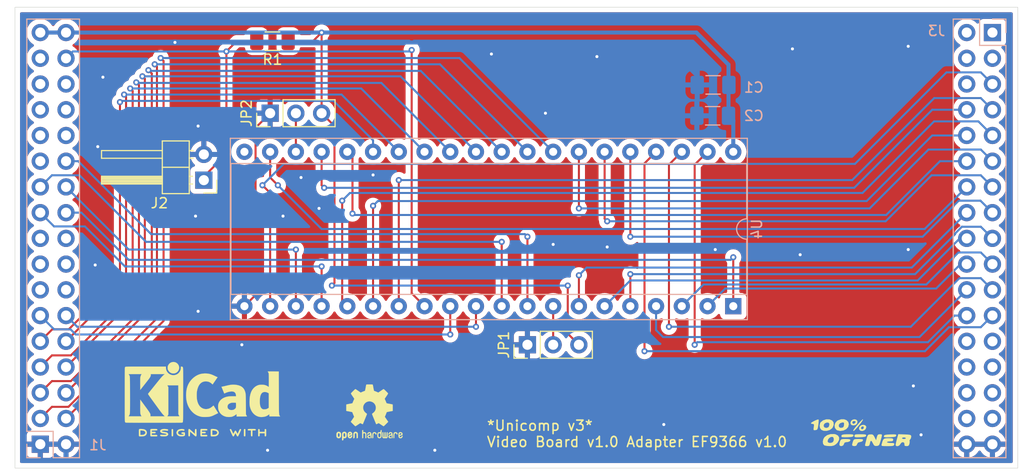
<source format=kicad_pcb>
(kicad_pcb (version 20240108) (generator "pcbnew") (generator_version "8.0")
  (layers (0 "F.Cu" signal) (31 "B.Cu" signal) (34 "B.Paste" user) (35 "F.Paste" user) (36 "B.SilkS" user "B.Silkscreen") (37 "F.SilkS" user "F.Silkscreen") (38 "B.Mask" user) (39 "F.Mask" user) (44 "Edge.Cuts" user))
  (net 0 "")
  (net 1 "GND")
  (net 2 "+5V")
  (net 3 "/VA1")
  (net 4 "/D4")
  (net 5 "/~{RST}")
  (net 6 "/D7")
  (net 7 "/VA11")
  (net 8 "/VA18")
  (net 9 "/D1")
  (net 10 "/CRSR")
  (net 11 "/VA7")
  (net 12 "/D5")
  (net 13 "/VA8")
  (net 14 "/D0")
  (net 15 "/VA13")
  (net 16 "/VCLK")
  (net 17 "/VA15")
  (net 18 "/VA0")
  (net 19 "/D6")
  (net 20 "/VA14")
  (net 21 "/VA4")
  (net 22 "/VA3")
  (net 23 "/VA6")
  (net 24 "/~{INT}")
  (net 26 "/R{slash}~{W}")
  (net 27 "/D3")
  (net 28 "/DE")
  (net 29 "/D2")
  (net 30 "/VA10")
  (net 31 "/VA5")
  (net 32 "/VA9")
  (net 33 "/HS")
  (net 34 "/VA12")
  (net 35 "/In0")
  (net 36 "/VA2")
  (net 37 "/VS")
  (net 38 "/~{CS}")
  (net 39 "/VA16")
  (net 40 "/VA17")
  (net 41 "/B")
  (net 42 "/Y")
  (net 43 "/CH0")
  (net 44 "/A")
  (net 45 "/Out2")
  (net 46 "/Out3")
  (net 47 "/Out6")
  (net 48 "/Out0")
  (net 49 "/Out5")
  (net 50 "Net-(JP1-C)")
  (net 51 "/Out7")
  (net 52 "Net-(JP2-C)")
  (net 53 "/Out4")
  (net 54 "/Out1")
  (net 55 "/~{RP}")
  (net 57 "/In2")
  (net 58 "/PHI2")
  (net 59 "/~{RD}")
  (net 60 "/~{WR}")
  (net 61 "/In1")
  (net 63 "/A0#")
  (net 66 "/A1#")
  (footprint "Symbol:OSHW-Logo2_7.3x6mm_SilkScreen" (layer "F.Cu") (at 85.5 106.5)
    (property "Reference" "H2" (hide yes))
    (property "Value" "Logo Open Source Hardware" (hide yes))
  )
  (footprint "Connector_PinHeader_2.54mm:PinHeader_1x03_P2.54mm_Vertical" (layer "F.Cu") (at 101.092 99.822 90)
    (property "Reference" "JP1" (at 0 -2.33 90) (layer "F.SilkS"))
    (property "Value" "Format")
    (pad "1" thru_hole rect (at 0 0 90) (size 1.7 1.7) (drill 1) (layers "*.Cu" "*.Mask") (net 1 "GND"))
    (pad "2" thru_hole oval (at 0 2.54 90) (size 1.7 1.7) (drill 1) (layers "*.Cu" "*.Mask") (net 50 "Net-(JP1-C)"))
    (pad "3" thru_hole oval (at 0 5.08 90) (size 1.7 1.7) (drill 1) (layers "*.Cu" "*.Mask") (net 2 "+5V"))
  )
  (footprint "Connector_PinHeader_2.54mm:PinHeader_1x02_P2.54mm_Horizontal" (layer "F.Cu") (at 69.145 83.571 180)
    (property "Reference" "J2" (at 4.385 -2.27 180) (layer "F.SilkS"))
    (property "Value" "Conn_02x01")
    (pad "1" thru_hole rect (at 0 0 180) (size 1.7 1.7) (drill 1) (layers "*.Cu" "*.Mask") (net 24 "/~{INT}"))
    (pad "2" thru_hole oval (at 0 2.54 180) (size 1.7 1.7) (drill 1) (layers "*.Cu" "*.Mask") (net 1 "GND"))
  )
  (footprint "Symbol:KiCad-Logo2_6mm_SilkScreen" (layer "F.Cu") (at 69 104.5)
    (property "Reference" "H1" (hide yes))
    (property "Value" "Logo kicad" (hide yes))
  )
  (footprint "my_own:Logo_100ProzentOffner_10x2.7mm" (layer "F.Cu") (at 134 108.5)
    (property "Reference" "G***" (hide yes))
    (property "Value" "LOGO" (hide yes))
  )
  (footprint "Connector_PinHeader_2.54mm:PinHeader_1x03_P2.54mm_Vertical" (layer "F.Cu") (at 75.692 76.962 90)
    (property "Reference" "JP2" (at 0 -2.33 90) (layer "F.SilkS"))
    (property "Value" "WriteOnly")
    (pad "1" thru_hole rect (at 0 0 90) (size 1.7 1.7) (drill 1) (layers "*.Cu" "*.Mask") (net 1 "GND"))
    (pad "2" thru_hole oval (at 0 2.54 90) (size 1.7 1.7) (drill 1) (layers "*.Cu" "*.Mask") (net 52 "Net-(JP2-C)"))
    (pad "3" thru_hole oval (at 0 5.08 90) (size 1.7 1.7) (drill 1) (layers "*.Cu" "*.Mask") (net 2 "+5V"))
  )
  (footprint "Resistor_SMD:R_1206_3216Metric_Pad1.30x1.75mm_HandSolder" (layer "F.Cu") (at 75.92 69.85 180)
    (property "Reference" "R1" (at 0 -1.82 360) (layer "F.SilkS"))
    (property "Value" "1k")
    (pad "1" smd roundrect (at -1.55 0 180) (size 1.3 1.75) (layers "F.Cu" "F.Paste" "F.Mask") (roundrect_rratio 0.192308) (net 2 "+5V"))
    (pad "2" smd roundrect (at 1.55 0 180) (size 1.3 1.75) (layers "F.Cu" "F.Paste" "F.Mask") (roundrect_rratio 0.192308) (net 24 "/~{INT}"))
  )
  (footprint "Capacitor_SMD:C_1206_3216Metric_Pad1.33x1.80mm_HandSolder" (layer "B.Cu") (at 119.38 77.216 180)
    (property "Reference" "C2" (at -4.064 0 360) (layer "B.SilkS") (effects (justify mirror)))
    (property "Value" "100n")
    (pad "1" smd roundrect (at -1.5625 0 180) (size 1.325 1.8) (layers "B.Cu" "B.Paste" "B.Mask") (roundrect_rratio 0.188679) (net 2 "+5V"))
    (pad "2" smd roundrect (at 1.5625 0 180) (size 1.325 1.8) (layers "B.Cu" "B.Paste" "B.Mask") (roundrect_rratio 0.188679) (net 1 "GND"))
  )
  (footprint "Connector_PinHeader_2.54mm:PinHeader_2x17_P2.54mm_Vertical" (layer "B.Cu") (at 147 69 180)
    (property "Reference" "J3" (at 5.522 0.166 0) (layer "B.SilkS") (effects (justify mirror)))
    (property "Value" "Outputs")
    (pad "1" thru_hole rect (at 0 0 180) (size 1.7 1.7) (drill 1) (layers "*.Cu" "*.Mask"))
    (pad "2" thru_hole oval (at 2.54 0 180) (size 1.7 1.7) (drill 1) (layers "*.Cu" "*.Mask"))
    (pad "3" thru_hole oval (at 0 -2.54 180) (size 1.7 1.7) (drill 1) (layers "*.Cu" "*.Mask"))
    (pad "4" thru_hole oval (at 2.54 -2.54 180) (size 1.7 1.7) (drill 1) (layers "*.Cu" "*.Mask"))
    (pad "5" thru_hole oval (at 0 -5.08 180) (size 1.7 1.7) (drill 1) (layers "*.Cu" "*.Mask") (net 8 "/VA18"))
    (pad "6" thru_hole oval (at 2.54 -5.08 180) (size 1.7 1.7) (drill 1) (layers "*.Cu" "*.Mask"))
    (pad "7" thru_hole oval (at 0 -7.62 180) (size 1.7 1.7) (drill 1) (layers "*.Cu" "*.Mask") (net 39 "/VA16"))
    (pad "8" thru_hole oval (at 2.54 -7.62 180) (size 1.7 1.7) (drill 1) (layers "*.Cu" "*.Mask") (net 40 "/VA17"))
    (pad "9" thru_hole oval (at 0 -10.16 180) (size 1.7 1.7) (drill 1) (layers "*.Cu" "*.Mask") (net 20 "/VA14"))
    (pad "10" thru_hole oval (at 2.54 -10.16 180) (size 1.7 1.7) (drill 1) (layers "*.Cu" "*.Mask") (net 17 "/VA15"))
    (pad "11" thru_hole oval (at 0 -12.7 180) (size 1.7 1.7) (drill 1) (layers "*.Cu" "*.Mask") (net 34 "/VA12"))
    (pad "12" thru_hole oval (at 2.54 -12.7 180) (size 1.7 1.7) (drill 1) (layers "*.Cu" "*.Mask") (net 15 "/VA13"))
    (pad "13" thru_hole oval (at 0 -15.24 180) (size 1.7 1.7) (drill 1) (layers "*.Cu" "*.Mask") (net 30 "/VA10"))
    (pad "14" thru_hole oval (at 2.54 -15.24 180) (size 1.7 1.7) (drill 1) (layers "*.Cu" "*.Mask") (net 7 "/VA11"))
    (pad "15" thru_hole oval (at 0 -17.78 180) (size 1.7 1.7) (drill 1) (layers "*.Cu" "*.Mask") (net 13 "/VA8"))
    (pad "16" thru_hole oval (at 2.54 -17.78 180) (size 1.7 1.7) (drill 1) (layers "*.Cu" "*.Mask") (net 32 "/VA9"))
    (pad "17" thru_hole oval (at 0 -20.32 180) (size 1.7 1.7) (drill 1) (layers "*.Cu" "*.Mask") (net 23 "/VA6"))
    (pad "18" thru_hole oval (at 2.54 -20.32 180) (size 1.7 1.7) (drill 1) (layers "*.Cu" "*.Mask") (net 11 "/VA7"))
    (pad "19" thru_hole oval (at 0 -22.86 180) (size 1.7 1.7) (drill 1) (layers "*.Cu" "*.Mask") (net 21 "/VA4"))
    (pad "20" thru_hole oval (at 2.54 -22.86 180) (size 1.7 1.7) (drill 1) (layers "*.Cu" "*.Mask") (net 31 "/VA5"))
    (pad "21" thru_hole oval (at 0 -25.4 180) (size 1.7 1.7) (drill 1) (layers "*.Cu" "*.Mask") (net 36 "/VA2"))
    (pad "22" thru_hole oval (at 2.54 -25.4 180) (size 1.7 1.7) (drill 1) (layers "*.Cu" "*.Mask") (net 22 "/VA3"))
    (pad "23" thru_hole oval (at 0 -27.94 180) (size 1.7 1.7) (drill 1) (layers "*.Cu" "*.Mask") (net 18 "/VA0"))
    (pad "24" thru_hole oval (at 2.54 -27.94 180) (size 1.7 1.7) (drill 1) (layers "*.Cu" "*.Mask") (net 3 "/VA1"))
    (pad "25" thru_hole oval (at 0 -30.48 180) (size 1.7 1.7) (drill 1) (layers "*.Cu" "*.Mask") (net 35 "/In0"))
    (pad "26" thru_hole oval (at 2.54 -30.48 180) (size 1.7 1.7) (drill 1) (layers "*.Cu" "*.Mask") (net 61 "/In1"))
    (pad "27" thru_hole oval (at 0 -33.02 180) (size 1.7 1.7) (drill 1) (layers "*.Cu" "*.Mask") (net 57 "/In2"))
    (pad "28" thru_hole oval (at 2.54 -33.02 180) (size 1.7 1.7) (drill 1) (layers "*.Cu" "*.Mask") (net 28 "/DE"))
    (pad "29" thru_hole oval (at 0 -35.56 180) (size 1.7 1.7) (drill 1) (layers "*.Cu" "*.Mask") (net 33 "/HS"))
    (pad "30" thru_hole oval (at 2.54 -35.56 180) (size 1.7 1.7) (drill 1) (layers "*.Cu" "*.Mask") (net 10 "/CRSR"))
    (pad "31" thru_hole oval (at 0 -38.1 180) (size 1.7 1.7) (drill 1) (layers "*.Cu" "*.Mask") (net 37 "/VS"))
    (pad "32" thru_hole oval (at 2.54 -38.1 180) (size 1.7 1.7) (drill 1) (layers "*.Cu" "*.Mask") (net 55 "/~{RP}"))
    (pad "33" thru_hole oval (at 0 -40.64 180) (size 1.7 1.7) (drill 1) (layers "*.Cu" "*.Mask") (net 1 "GND"))
    (pad "34" thru_hole oval (at 2.54 -40.64 180) (size 1.7 1.7) (drill 1) (layers "*.Cu" "*.Mask") (net 1 "GND"))
  )
  (footprint "Connector_PinHeader_2.54mm:PinHeader_2x17_P2.54mm_Vertical" (layer "B.Cu") (at 53 109.64)
    (property "Reference" "J1" (at 5.674 0.088 0) (layer "B.SilkS") (effects (justify mirror)))
    (property "Value" "Inputs")
    (pad "1" thru_hole rect (at 0 0) (size 1.7 1.7) (drill 1) (layers "*.Cu" "*.Mask") (net 1 "GND"))
    (pad "2" thru_hole oval (at 2.54 0) (size 1.7 1.7) (drill 1) (layers "*.Cu" "*.Mask") (net 1 "GND"))
    (pad "3" thru_hole oval (at 0 -2.54) (size 1.7 1.7) (drill 1) (layers "*.Cu" "*.Mask") (net 9 "/D1"))
    (pad "4" thru_hole oval (at 2.54 -2.54) (size 1.7 1.7) (drill 1) (layers "*.Cu" "*.Mask") (net 14 "/D0"))
    (pad "5" thru_hole oval (at 0 -5.08) (size 1.7 1.7) (drill 1) (layers "*.Cu" "*.Mask") (net 27 "/D3"))
    (pad "6" thru_hole oval (at 2.54 -5.08) (size 1.7 1.7) (drill 1) (layers "*.Cu" "*.Mask") (net 29 "/D2"))
    (pad "7" thru_hole oval (at 0 -7.62) (size 1.7 1.7) (drill 1) (layers "*.Cu" "*.Mask") (net 12 "/D5"))
    (pad "8" thru_hole oval (at 2.54 -7.62) (size 1.7 1.7) (drill 1) (layers "*.Cu" "*.Mask") (net 4 "/D4"))
    (pad "9" thru_hole oval (at 0 -10.16) (size 1.7 1.7) (drill 1) (layers "*.Cu" "*.Mask") (net 6 "/D7"))
    (pad "10" thru_hole oval (at 2.54 -10.16) (size 1.7 1.7) (drill 1) (layers "*.Cu" "*.Mask") (net 19 "/D6"))
    (pad "11" thru_hole oval (at 0 -12.7) (size 1.7 1.7) (drill 1) (layers "*.Cu" "*.Mask") (net 54 "/Out1"))
    (pad "12" thru_hole oval (at 2.54 -12.7) (size 1.7 1.7) (drill 1) (layers "*.Cu" "*.Mask") (net 48 "/Out0"))
    (pad "13" thru_hole oval (at 0 -15.24) (size 1.7 1.7) (drill 1) (layers "*.Cu" "*.Mask") (net 46 "/Out3"))
    (pad "14" thru_hole oval (at 2.54 -15.24) (size 1.7 1.7) (drill 1) (layers "*.Cu" "*.Mask") (net 45 "/Out2"))
    (pad "15" thru_hole oval (at 0 -17.78) (size 1.7 1.7) (drill 1) (layers "*.Cu" "*.Mask") (net 49 "/Out5"))
    (pad "16" thru_hole oval (at 2.54 -17.78) (size 1.7 1.7) (drill 1) (layers "*.Cu" "*.Mask") (net 53 "/Out4"))
    (pad "17" thru_hole oval (at 0 -20.32) (size 1.7 1.7) (drill 1) (layers "*.Cu" "*.Mask") (net 51 "/Out7"))
    (pad "18" thru_hole oval (at 2.54 -20.32) (size 1.7 1.7) (drill 1) (layers "*.Cu" "*.Mask") (net 47 "/Out6"))
    (pad "19" thru_hole oval (at 0 -22.86) (size 1.7 1.7) (drill 1) (layers "*.Cu" "*.Mask") (net 38 "/~{CS}"))
    (pad "20" thru_hole oval (at 2.54 -22.86) (size 1.7 1.7) (drill 1) (layers "*.Cu" "*.Mask") (net 16 "/VCLK"))
    (pad "21" thru_hole oval (at 0 -25.4) (size 1.7 1.7) (drill 1) (layers "*.Cu" "*.Mask") (net 66 "/A1#"))
    (pad "22" thru_hole oval (at 2.54 -25.4) (size 1.7 1.7) (drill 1) (layers "*.Cu" "*.Mask") (net 26 "/R{slash}~{W}"))
    (pad "23" thru_hole oval (at 0 -27.94) (size 1.7 1.7) (drill 1) (layers "*.Cu" "*.Mask") (net 59 "/~{RD}"))
    (pad "24" thru_hole oval (at 2.54 -27.94) (size 1.7 1.7) (drill 1) (layers "*.Cu" "*.Mask") (net 63 "/A0#"))
    (pad "25" thru_hole oval (at 0 -30.48) (size 1.7 1.7) (drill 1) (layers "*.Cu" "*.Mask") (net 5 "/~{RST}"))
    (pad "26" thru_hole oval (at 2.54 -30.48) (size 1.7 1.7) (drill 1) (layers "*.Cu" "*.Mask") (net 60 "/~{WR}"))
    (pad "27" thru_hole oval (at 0 -33.02) (size 1.7 1.7) (drill 1) (layers "*.Cu" "*.Mask") (net 43 "/CH0"))
    (pad "28" thru_hole oval (at 2.54 -33.02) (size 1.7 1.7) (drill 1) (layers "*.Cu" "*.Mask") (net 58 "/PHI2"))
    (pad "29" thru_hole oval (at 0 -35.56) (size 1.7 1.7) (drill 1) (layers "*.Cu" "*.Mask") (net 42 "/Y"))
    (pad "30" thru_hole oval (at 2.54 -35.56) (size 1.7 1.7) (drill 1) (layers "*.Cu" "*.Mask") (net 44 "/A"))
    (pad "31" thru_hole oval (at 0 -38.1) (size 1.7 1.7) (drill 1) (layers "*.Cu" "*.Mask") (net 41 "/B"))
    (pad "32" thru_hole oval (at 2.54 -38.1) (size 1.7 1.7) (drill 1) (layers "*.Cu" "*.Mask") (net 24 "/~{INT}"))
    (pad "33" thru_hole oval (at 0 -40.64) (size 1.7 1.7) (drill 1) (layers "*.Cu" "*.Mask") (net 2 "+5V"))
    (pad "34" thru_hole oval (at 2.54 -40.64) (size 1.7 1.7) (drill 1) (layers "*.Cu" "*.Mask") (net 2 "+5V"))
  )
  (footprint "Package_DIP:DIP-40_W15.24mm_Socket" (layer "B.Cu") (at 121.412 96.012 90)
    (property "Reference" "U4" (at 7.62 2.33 90) (layer "B.SilkS") (effects (justify mirror)))
    (property "Value" "EF9366")
    (pad "1" thru_hole rect (at 0 0 90) (size 1.6 1.6) (drill 0.8) (layers "*.Cu" "*.Mask") (net 16 "/VCLK"))
    (pad "2" thru_hole oval (at 0 -2.54 90) (size 1.6 1.6) (drill 0.8) (layers "*.Cu" "*.Mask") (net 31 "/VA5"))
    (pad "3" thru_hole oval (at 0 -5.08 90) (size 1.6 1.6) (drill 0.8) (layers "*.Cu" "*.Mask") (net 21 "/VA4"))
    (pad "4" thru_hole oval (at 0 -7.62 90) (size 1.6 1.6) (drill 0.8) (layers "*.Cu" "*.Mask") (net 22 "/VA3"))
    (pad "5" thru_hole oval (at 0 -10.16 90) (size 1.6 1.6) (drill 0.8) (layers "*.Cu" "*.Mask") (net 23 "/VA6"))
    (pad "6" thru_hole oval (at 0 -12.7 90) (size 1.6 1.6) (drill 0.8) (layers "*.Cu" "*.Mask") (net 11 "/VA7"))
    (pad "7" thru_hole oval (at 0 -15.24 90) (size 1.6 1.6) (drill 0.8) (layers "*.Cu" "*.Mask") (net 32 "/VA9"))
    (pad "8" thru_hole oval (at 0 -17.78 90) (size 1.6 1.6) (drill 0.8) (layers "*.Cu" "*.Mask") (net 50 "Net-(JP1-C)"))
    (pad "9" thru_hole oval (at 0 -20.32 90) (size 1.6 1.6) (drill 0.8) (layers "*.Cu" "*.Mask") (net 63 "/A0#"))
    (pad "10" thru_hole oval (at 0 -22.86 90) (size 1.6 1.6) (drill 0.8) (layers "*.Cu" "*.Mask") (net 66 "/A1#"))
    (pad "11" thru_hole oval (at 0 -25.4 90) (size 1.6 1.6) (drill 0.8) (layers "*.Cu" "*.Mask") (net 48 "/Out0"))
    (pad "12" thru_hole oval (at 0 -27.94 90) (size 1.6 1.6) (drill 0.8) (layers "*.Cu" "*.Mask") (net 54 "/Out1"))
    (pad "13" thru_hole oval (at 0 -30.48 90) (size 1.6 1.6) (drill 0.8) (layers "*.Cu" "*.Mask") (net 24 "/~{INT}"))
    (pad "14" thru_hole oval (at 0 -33.02 90) (size 1.6 1.6) (drill 0.8) (layers "*.Cu" "*.Mask") (net 39 "/VA16"))
    (pad "15" thru_hole oval (at 0 -35.56 90) (size 1.6 1.6) (drill 0.8) (layers "*.Cu" "*.Mask") (net 17 "/VA15"))
    (pad "16" thru_hole oval (at 0 -38.1 90) (size 1.6 1.6) (drill 0.8) (layers "*.Cu" "*.Mask") (net 20 "/VA14"))
    (pad "17" thru_hole oval (at 0 -40.64 90) (size 1.6 1.6) (drill 0.8) (layers "*.Cu" "*.Mask") (net 38 "/~{CS}"))
    (pad "18" thru_hole oval (at 0 -43.18 90) (size 1.6 1.6) (drill 0.8) (layers "*.Cu" "*.Mask") (net 26 "/R{slash}~{W}"))
    (pad "19" thru_hole oval (at 0 -45.72 90) (size 1.6 1.6) (drill 0.8) (layers "*.Cu" "*.Mask") (net 8 "/VA18"))
    (pad "20" thru_hole oval (at 0 -48.26 90) (size 1.6 1.6) (drill 0.8) (layers "*.Cu" "*.Mask") (net 1 "GND"))
    (pad "21" thru_hole oval (at 15.24 -48.26 90) (size 1.6 1.6) (drill 0.8) (layers "*.Cu" "*.Mask"))
    (pad "22" thru_hole oval (at 15.24 -45.72 90) (size 1.6 1.6) (drill 0.8) (layers "*.Cu" "*.Mask") (net 7 "/VA11"))
    (pad "23" thru_hole oval (at 15.24 -43.18 90) (size 1.6 1.6) (drill 0.8) (layers "*.Cu" "*.Mask") (net 52 "Net-(JP2-C)"))
    (pad "24" thru_hole oval (at 15.24 -40.64 90) (size 1.6 1.6) (drill 0.8) (layers "*.Cu" "*.Mask") (net 40 "/VA17"))
    (pad "25" thru_hole oval (at 15.24 -38.1 90) (size 1.6 1.6) (drill 0.8) (layers "*.Cu" "*.Mask") (net 15 "/VA13"))
    (pad "26" thru_hole oval (at 15.24 -35.56 90) (size 1.6 1.6) (drill 0.8) (layers "*.Cu" "*.Mask") (net 6 "/D7"))
    (pad "27" thru_hole oval (at 15.24 -33.02 90) (size 1.6 1.6) (drill 0.8) (layers "*.Cu" "*.Mask") (net 19 "/D6"))
    (pad "28" thru_hole oval (at 15.24 -30.48 90) (size 1.6 1.6) (drill 0.8) (layers "*.Cu" "*.Mask") (net 12 "/D5"))
    (pad "29" thru_hole oval (at 15.24 -27.94 90) (size 1.6 1.6) (drill 0.8) (layers "*.Cu" "*.Mask") (net 4 "/D4"))
    (pad "30" thru_hole oval (at 15.24 -25.4 90) (size 1.6 1.6) (drill 0.8) (layers "*.Cu" "*.Mask") (net 27 "/D3"))
    (pad "31" thru_hole oval (at 15.24 -22.86 90) (size 1.6 1.6) (drill 0.8) (layers "*.Cu" "*.Mask") (net 29 "/D2"))
    (pad "32" thru_hole oval (at 15.24 -20.32 90) (size 1.6 1.6) (drill 0.8) (layers "*.Cu" "*.Mask") (net 9 "/D1"))
    (pad "33" thru_hole oval (at 15.24 -17.78 90) (size 1.6 1.6) (drill 0.8) (layers "*.Cu" "*.Mask") (net 14 "/D0"))
    (pad "34" thru_hole oval (at 15.24 -15.24 90) (size 1.6 1.6) (drill 0.8) (layers "*.Cu" "*.Mask") (net 34 "/VA12"))
    (pad "35" thru_hole oval (at 15.24 -12.7 90) (size 1.6 1.6) (drill 0.8) (layers "*.Cu" "*.Mask") (net 30 "/VA10"))
    (pad "36" thru_hole oval (at 15.24 -10.16 90) (size 1.6 1.6) (drill 0.8) (layers "*.Cu" "*.Mask") (net 13 "/VA8"))
    (pad "37" thru_hole oval (at 15.24 -7.62 90) (size 1.6 1.6) (drill 0.8) (layers "*.Cu" "*.Mask") (net 18 "/VA0"))
    (pad "38" thru_hole oval (at 15.24 -5.08 90) (size 1.6 1.6) (drill 0.8) (layers "*.Cu" "*.Mask") (net 36 "/VA2"))
    (pad "39" thru_hole oval (at 15.24 -2.54 90) (size 1.6 1.6) (drill 0.8) (layers "*.Cu" "*.Mask") (net 3 "/VA1"))
    (pad "40" thru_hole oval (at 15.24 0 90) (size 1.6 1.6) (drill 0.8) (layers "*.Cu" "*.Mask") (net 2 "+5V"))
  )
  (footprint "Capacitor_SMD:C_1206_3216Metric_Pad1.33x1.80mm_HandSolder" (layer "B.Cu") (at 119.4185 74.168 180)
    (property "Reference" "C1" (at -4.0255 -0.254 0) (layer "B.SilkS") (effects (justify mirror)))
    (property "Value" "100n")
    (pad "1" smd roundrect (at -1.5625 0 180) (size 1.325 1.8) (layers "B.Cu" "B.Paste" "B.Mask") (roundrect_rratio 0.188679) (net 2 "+5V"))
    (pad "2" smd roundrect (at 1.5625 0 180) (size 1.325 1.8) (layers "B.Cu" "B.Paste" "B.Mask") (roundrect_rratio 0.188679) (net 1 "GND"))
  )
  (gr_rect (start 50.5 66.5) (end 149.5 112) (stroke (width 0.05)) (fill none) (layer "Edge.Cuts"))
  (gr_text "*Unicomp v3*\nVideo Board v1.0 Adapter EF9366 v1.0" (at 97 110 0) (layer "F.SilkS") (effects (font (size 1 1)) (justify left bottom)))
  (segment (start 73.152 96.012) (end 73.152 98.348) (width 0.4) (layer "F.Cu") (net 1))
  (segment (start 71.882 99.822) (end 71.78 99.72) (width 0.2) (layer "F.Cu") (net 1))
  (segment (start 70.256 101.244) (end 61.86 109.64) (width 0.4) (layer "F.Cu") (net 1))
  (segment (start 75.692 76.962) (end 74.252 78.402) (width 0.2) (layer "F.Cu") (net 1))
  (segment (start 57.658 109.64) (end 66.294 101.004) (width 0.4) (layer "F.Cu") (net 1))
  (segment (start 69.145 81.031) (end 66.807 81.031) (width 0.4) (layer "F.Cu") (net 1))
  (segment (start 66.294 101.004) (end 66.294 80.518) (width 0.4) (layer "F.Cu") (net 1))
  (segment (start 72.898 99.822) (end 71.882 99.822) (width 0.2) (layer "F.Cu") (net 1))
  (segment (start 66.294 80.518) (end 66.294 69.974) (width 0.4) (layer "F.Cu") (net 1))
  (segment (start 57.658 109.64) (end 55.54 109.64) (width 0.4) (layer "F.Cu") (net 1))
  (segment (start 61.86 109.64) (end 57.658 109.64) (width 0.4) (layer "F.Cu") (net 1))
  (segment (start 74.252 94.912) (end 73.152 96.012) (width 0.2) (layer "F.Cu") (net 1))
  (segment (start 66.807 81.031) (end 66.294 80.518) (width 0.4) (layer "F.Cu") (net 1))
  (segment (start 71.78 99.72) (end 70.256 101.244) (width 0.4) (layer "F.Cu") (net 1))
  (segment (start 74.252 78.402) (end 74.252 94.912) (width 0.2) (layer "F.Cu") (net 1))
  (segment (start 73.152 98.348) (end 71.78 99.72) (width 0.4) (layer "F.Cu") (net 1))
  (via (at 59.182 73.406) (size 0.6) (drill 0.3) (layers "F.Cu" "B.Cu") (net 1))
  (via (at 114.554 107.696) (size 0.6) (drill 0.3) (layers "F.Cu" "B.Cu") (net 1))
  (via (at 119.634 90.424) (size 0.6) (drill 0.3) (layers "F.Cu" "B.Cu") (net 1))
  (via (at 58.674 80.264) (size 0.6) (drill 0.3) (layers "F.Cu" "B.Cu") (net 1))
  (via (at 72.898 99.822) (size 0.6) (drill 0.3) (layers "F.Cu" "B.Cu") (net 1))
  (via (at 138.684 90.424) (size 0.6) (drill 0.3) (layers "F.Cu" "B.Cu") (net 1))
  (via (at 68.58 96.52) (size 0.6) (drill 0.3) (layers "F.Cu" "B.Cu") (net 1))
  (via (at 103.632 89.916) (size 0.6) (drill 0.3) (layers "F.Cu" "B.Cu") (net 1))
  (via (at 76.962 87.122) (size 0.6) (drill 0.3) (layers "F.Cu" "B.Cu") (net 1))
  (via (at 108.966 90.17) (size 0.6) (drill 0.3) (layers "F.Cu" "B.Cu") (net 1))
  (via (at 107.95 71.374) (size 0.6) (drill 0.3) (layers "F.Cu" "B.Cu") (net 1))
  (via (at 102.87 76.962) (size 0.6) (drill 0.3) (layers "F.Cu" "B.Cu") (net 1))
  (via (at 75.438 110.236) (size 0.6) (drill 0.3) (layers "F.Cu" "B.Cu") (net 1))
  (via (at 58.42 91.948) (size 0.6) (drill 0.3) (layers "F.Cu" "B.Cu") (net 1))
  (via (at 127.254 70.612) (size 0.6) (drill 0.3) (layers "F.Cu" "B.Cu") (net 1))
  (via (at 78.74 83.312) (size 0.6) (drill 0.3) (layers "F.Cu" "B.Cu") (net 1))
  (via (at 66.294 69.974) (size 0.6) (drill 0.3) (layers "F.Cu" "B.Cu") (net 1))
  (via (at 139.192 103.886) (size 0.6) (drill 0.3) (layers "F.Cu" "B.Cu") (net 1))
  (via (at 139.954 108.712) (size 0.6) (drill 0.3) (layers "F.Cu" "B.Cu") (net 1))
  (via (at 97.536 71.12) (size 0.6) (drill 0.3) (layers "F.Cu" "B.Cu") (net 1))
  (via (at 128.016 90.932) (size 0.6) (drill 0.3) (layers "F.Cu" "B.Cu") (net 1))
  (via (at 91.948 110.236) (size 0.6) (drill 0.3) (layers "F.Cu" "B.Cu") (net 1))
  (via (at 80.518 86.36) (size 0.6) (drill 0.3) (layers "F.Cu" "B.Cu") (net 1))
  (via (at 85.852 83.058) (size 0.6) (drill 0.3) (layers "F.Cu" "B.Cu") (net 1))
  (via (at 138.684 70.358) (size 0.6) (drill 0.3) (layers "F.Cu" "B.Cu") (net 1))
  (via (at 68.58 78.232) (size 0.6) (drill 0.3) (layers "F.Cu" "B.Cu") (net 1))
  (via (at 68.326 87.122) (size 0.6) (drill 0.3) (layers "F.Cu" "B.Cu") (net 1))
  (segment (start 117.856 73.268) (end 114.562 69.974) (width 0.4) (layer "B.Cu") (net 1))
  (segment (start 114.562 69.974) (end 66.294 69.974) (width 0.4) (layer "B.Cu") (net 1))
  (segment (start 117.856 74.168) (end 117.856 73.268) (width 0.4) (layer "B.Cu") (net 1))
  (segment (start 101.092 99.822) (end 72.898 99.822) (width 0.2) (layer "B.Cu") (net 1))
  (segment (start 117.856 77.1775) (end 117.8175 77.216) (width 0.4) (layer "B.Cu") (net 1))
  (segment (start 147 109.64) (end 144.46 109.64) (width 0.4) (layer "B.Cu") (net 1))
  (segment (start 117.856 74.168) (end 117.856 77.1775) (width 0.4) (layer "B.Cu") (net 1))
  (segment (start 82.041999 93.726001) (end 81.788 93.98) (width 0.2) (layer "F.Cu") (net 2))
  (segment (start 82.041999 78.231999) (end 82.041999 93.726001) (width 0.2) (layer "F.Cu") (net 2))
  (segment (start 80.772 69.000004) (end 80.771996 69) (width 0.2) (layer "F.Cu") (net 2))
  (segment (start 80.772 76.962) (end 82.041999 78.231999) (width 0.2) (layer "F.Cu") (net 2))
  (segment (start 77.47 69.85) (end 79.921996 69.85) (width 0.2) (layer "F.Cu") (net 2))
  (segment (start 80.772 76.962) (end 80.772 69.000004) (width 0.2) (layer "F.Cu") (net 2))
  (segment (start 106.172 99.822) (end 105.072 98.722) (width 0.2) (layer "F.Cu") (net 2))
  (segment (start 105.072 98.722) (end 105.072 93.98) (width 0.2) (layer "F.Cu") (net 2))
  (segment (start 79.921996 69.85) (end 80.771996 69) (width 0.2) (layer "F.Cu") (net 2))
  (via (at 80.771996 69) (size 0.6) (drill 0.3) (layers "F.Cu" "B.Cu") (net 2))
  (via (at 105.072 93.98) (size 0.6) (drill 0.3) (layers "F.Cu" "B.Cu") (net 2))
  (via (at 81.788 93.98) (size 0.6) (drill 0.3) (layers "F.Cu" "B.Cu") (net 2))
  (segment (start 105.072 93.98) (end 81.788 93.98) (width 0.2) (layer "B.Cu") (net 2))
  (segment (start 121.412 80.772) (end 121.412 77.6855) (width 0.4) (layer "B.Cu") (net 2))
  (segment (start 117.768 69) (end 80.771996 69) (width 0.4) (layer "B.Cu") (net 2))
  (segment (start 53 69) (end 80.771996 69) (width 0.4) (layer "B.Cu") (net 2))
  (segment (start 121.412 77.6855) (end 120.9425 77.216) (width 0.4) (layer "B.Cu") (net 2))
  (segment (start 120.9425 77.216) (end 120.9425 72.1745) (width 0.4) (layer "B.Cu") (net 2))
  (segment (start 120.9425 72.1745) (end 117.768 69) (width 0.4) (layer "B.Cu") (net 2))
  (segment (start 118.872 80.772) (end 117.602 82.042) (width 0.2) (layer "F.Cu") (net 3))
  (segment (start 117.602 82.042) (end 117.602 99.822) (width 0.2) (layer "F.Cu") (net 3))
  (via (at 117.602 99.822) (size 0.6) (drill 0.3) (layers "F.Cu" "B.Cu") (net 3))
  (segment (start 143.257919 96.94) (end 140.629919 99.568) (width 0.2) (layer "B.Cu") (net 3))
  (segment (start 140.629919 99.568) (end 117.856 99.568) (width 0.2) (layer "B.Cu") (net 3))
  (segment (start 117.856 99.568) (end 117.602 99.822) (width 0.2) (layer "B.Cu") (net 3))
  (segment (start 144.46 96.94) (end 143.257919 96.94) (width 0.2) (layer "B.Cu") (net 3))
  (segment (start 55.54 102.02) (end 62.738 94.822) (width 0.2) (layer "F.Cu") (net 4))
  (segment (start 62.738 94.822) (end 62.738 74.179557) (width 0.2) (layer "F.Cu") (net 4))
  (segment (start 62.738 74.179557) (end 62.477573 73.91913) (width 0.2) (layer "F.Cu") (net 4))
  (via (at 62.477573 73.91913) (size 0.6) (drill 0.3) (layers "F.Cu" "B.Cu") (net 4))
  (segment (start 62.529233 73.97079) (end 62.477573 73.91913) (width 0.2) (layer "B.Cu") (net 4))
  (segment (start 86.67079 73.97079) (end 62.529233 73.97079) (width 0.2) (layer "B.Cu") (net 4))
  (segment (start 93.472 80.772) (end 86.67079 73.97079) (width 0.2) (layer "B.Cu") (net 4))
  (segment (start 54.182 98.298) (end 55.808346 98.298) (width 0.2) (layer "F.Cu") (net 6))
  (segment (start 53 99.48) (end 54.182 98.298) (width 0.2) (layer "F.Cu") (net 6))
  (segment (start 55.808346 98.298) (end 60.863977 93.242369) (width 0.2) (layer "F.Cu") (net 6))
  (segment (start 60.863977 93.242369) (end 60.863977 75.865225) (width 0.2) (layer "F.Cu") (net 6))
  (via (at 60.863977 75.865225) (size 0.6) (drill 0.3) (layers "F.Cu" "B.Cu") (net 6))
  (segment (start 81.958454 75.747084) (end 60.982118 75.747084) (width 0.2) (layer "B.Cu") (net 6))
  (segment (start 85.852 79.64063) (end 81.958454 75.747084) (width 0.2) (layer "B.Cu") (net 6))
  (segment (start 85.852 80.772) (end 85.852 79.64063) (width 0.2) (layer "B.Cu") (net 6))
  (segment (start 60.982118 75.747084) (end 60.863977 75.865225) (width 0.2) (layer "B.Cu") (net 6))
  (segment (start 75.692 80.772) (end 75.692 83.311982) (width 0.2) (layer "F.Cu") (net 7))
  (segment (start 75.692 83.311982) (end 76.454018 84.074) (width 0.2) (layer "F.Cu") (net 7))
  (via (at 76.454018 84.074) (size 0.6) (drill 0.3) (layers "F.Cu" "B.Cu") (net 7))
  (segment (start 144.46 84.24) (end 140.308 88.392) (width 0.2) (layer "B.Cu") (net 7))
  (segment (start 80.772018 88.392) (end 76.454018 84.074) (width 0.2) (layer "B.Cu") (net 7))
  (segment (start 140.308 88.392) (end 80.772018 88.392) (width 0.2) (layer "B.Cu") (net 7))
  (segment (start 75.692 96.012) (end 75.692 84.836) (width 0.2) (layer "F.Cu") (net 8))
  (segment (start 75.692 84.836) (end 74.93 84.074) (width 0.2) (layer "F.Cu") (net 8))
  (via (at 74.93 84.074) (size 0.6) (drill 0.3) (layers "F.Cu" "B.Cu") (net 8))
  (segment (start 142.462 72.93) (end 133.426 81.966) (width 0.2) (layer "B.Cu") (net 8))
  (segment (start 77.038 81.966) (end 74.93 84.074) (width 0.2) (layer "B.Cu") (net 8))
  (segment (start 147 74.08) (end 145.85 72.93) (width 0.2) (layer "B.Cu") (net 8))
  (segment (start 133.426 81.966) (end 77.038 81.966) (width 0.2) (layer "B.Cu") (net 8))
  (segment (start 145.85 72.93) (end 142.462 72.93) (width 0.2) (layer "B.Cu") (net 8))
  (segment (start 55.776346 105.95) (end 64.516 97.210346) (width 0.2) (layer "F.Cu") (net 9))
  (segment (start 54.15 105.95) (end 55.776346 105.95) (width 0.2) (layer "F.Cu") (net 9))
  (segment (start 64.516 97.210346) (end 64.516 72.352205) (width 0.2) (layer "F.Cu") (net 9))
  (segment (start 53 107.1) (end 54.15 105.95) (width 0.2) (layer "F.Cu") (net 9))
  (segment (start 64.516 72.352205) (end 64.296339 72.132544) (width 0.2) (layer "F.Cu") (net 9))
  (via (at 64.296339 72.132544) (size 0.6) (drill 0.3) (layers "F.Cu" "B.Cu") (net 9))
  (segment (start 92.452544 72.132544) (end 64.296339 72.132544) (width 0.2) (layer "B.Cu") (net 9))
  (segment (start 101.092 80.772) (end 92.452544 72.132544) (width 0.2) (layer "B.Cu") (net 9))
  (segment (start 139.623 93.472) (end 111.252 93.472) (width 0.2) (layer "B.Cu") (net 11))
  (segment (start 144.46 89.32) (end 143.775 89.32) (width 0.2) (layer "B.Cu") (net 11))
  (segment (start 143.775 89.32) (end 139.623 93.472) (width 0.2) (layer "B.Cu") (net 11))
  (segment (start 111.252 93.472) (end 108.712 96.012) (width 0.2) (layer "B.Cu") (net 11))
  (segment (start 53 102.02) (end 54.15 100.87) (width 0.2) (layer "F.Cu") (net 12))
  (segment (start 54.15 100.87) (end 56.016346 100.87) (width 0.2) (layer "F.Cu") (net 12))
  (segment (start 56.016346 100.87) (end 62.118 94.768346) (width 0.2) (layer "F.Cu") (net 12))
  (segment (start 62.118 74.761641) (end 61.877382 74.521023) (width 0.2) (layer "F.Cu") (net 12))
  (segment (start 62.118 94.768346) (end 62.118 74.761641) (width 0.2) (layer "F.Cu") (net 12))
  (via (at 61.877382 74.521023) (size 0.6) (drill 0.3) (layers "F.Cu" "B.Cu") (net 12))
  (segment (start 90.932 80.772) (end 84.681023 74.521023) (width 0.2) (layer "B.Cu") (net 12))
  (segment (start 84.681023 74.521023) (end 61.877382 74.521023) (width 0.2) (layer "B.Cu") (net 12))
  (segment (start 111.252 80.772) (end 111.252 89.154) (width 0.2) (layer "F.Cu") (net 13))
  (via (at 111.252 89.154) (size 0.6) (drill 0.3) (layers "F.Cu" "B.Cu") (net 13))
  (segment (start 147 86.78) (end 145.818 85.598) (width 0.2) (layer "B.Cu") (net 13))
  (segment (start 145.818 85.598) (end 143.667686 85.598) (width 0.2) (layer "B.Cu") (net 13))
  (segment (start 140.111686 89.154) (end 111.252 89.154) (width 0.2) (layer "B.Cu") (net 13))
  (segment (start 143.667686 85.598) (end 140.111686 89.154) (width 0.2) (layer "B.Cu") (net 13))
  (segment (start 65.17 71.804531) (end 64.881469 71.516) (width 0.2) (layer "F.Cu") (net 14))
  (segment (start 55.54 107.1) (end 65.17 97.47) (width 0.2) (layer "F.Cu") (net 14))
  (segment (start 65.17 97.47) (end 65.17 71.804531) (width 0.2) (layer "F.Cu") (net 14))
  (via (at 64.881469 71.516) (size 0.6) (drill 0.3) (layers "F.Cu" "B.Cu") (net 14))
  (segment (start 94.376 71.516) (end 64.881469 71.516) (width 0.2) (layer "B.Cu") (net 14))
  (segment (start 103.632 80.772) (end 94.376 71.516) (width 0.2) (layer "B.Cu") (net 14))
  (segment (start 83.82 81.28) (end 83.82 86.867998) (width 0.2) (layer "F.Cu") (net 15))
  (segment (start 83.312 80.772) (end 83.82 81.28) (width 0.2) (layer "F.Cu") (net 15))
  (via (at 83.82 86.867998) (size 0.6) (drill 0.3) (layers "F.Cu" "B.Cu") (net 15))
  (segment (start 136.51 87.01) (end 83.962002 87.01) (width 0.2) (layer "B.Cu") (net 15))
  (segment (start 144.46 81.7) (end 141.82 81.7) (width 0.2) (layer "B.Cu") (net 15))
  (segment (start 83.962002 87.01) (end 83.82 86.867998) (width 0.2) (layer "B.Cu") (net 15))
  (segment (start 141.82 81.7) (end 136.51 87.01) (width 0.2) (layer "B.Cu") (net 15))
  (segment (start 121.412 96.012) (end 121.412 91.186008) (width 0.2) (layer "F.Cu") (net 16))
  (segment (start 121.412 91.186008) (end 121.412008 91.186) (width 0.2) (layer "F.Cu") (net 16))
  (via (at 121.412008 91.186) (size 0.6) (drill 0.3) (layers "F.Cu" "B.Cu") (net 16))
  (segment (start 61.722 91.44) (end 121.158008 91.44) (width 0.2) (layer "B.Cu") (net 16))
  (segment (start 57.062 86.78) (end 61.722 91.44) (width 0.2) (layer "B.Cu") (net 16))
  (segment (start 121.158008 91.44) (end 121.412008 91.186) (width 0.2) (layer "B.Cu") (net 16))
  (segment (start 55.54 86.78) (end 57.062 86.78) (width 0.2) (layer "B.Cu") (net 16))
  (segment (start 85.852 96.012) (end 85.852 86.106) (width 0.2) (layer "F.Cu") (net 17))
  (via (at 85.852 86.106) (size 0.6) (drill 0.3) (layers "F.Cu" "B.Cu") (net 17))
  (segment (start 86.322 85.636) (end 85.852 86.106) (width 0.2) (layer "B.Cu") (net 17))
  (segment (start 141.058 79.16) (end 134.582 85.636) (width 0.2) (layer "B.Cu") (net 17))
  (segment (start 144.46 79.16) (end 141.058 79.16) (width 0.2) (layer "B.Cu") (net 17))
  (segment (start 134.582 85.636) (end 86.322 85.636) (width 0.2) (layer "B.Cu") (net 17))
  (segment (start 113.792 80.772) (end 112.649 81.915) (width 0.2) (layer "F.Cu") (net 18))
  (segment (start 112.649 81.915) (end 112.649 100.457) (width 0.2) (layer "F.Cu") (net 18))
  (via (at 112.649 100.457) (size 0.6) (drill 0.3) (layers "F.Cu" "B.Cu") (net 18))
  (segment (start 140.335 100.457) (end 112.649 100.457) (width 0.2) (layer "B.Cu") (net 18))
  (segment (start 147 96.94) (end 145.85 98.09) (width 0.2) (layer "B.Cu") (net 18))
  (segment (start 145.85 98.09) (end 142.702 98.09) (width 0.2) (layer "B.Cu") (net 18))
  (segment (start 142.702 98.09) (end 140.335 100.457) (width 0.2) (layer "B.Cu") (net 18))
  (segment (start 61.468 93.552) (end 61.468 75.313726) (width 0.2) (layer "F.Cu") (net 19))
  (segment (start 61.468 75.313726) (end 61.276074 75.1218) (width 0.2) (layer "F.Cu") (net 19))
  (segment (start 55.54 99.48) (end 61.468 93.552) (width 0.2) (layer "F.Cu") (net 19))
  (via (at 61.276074 75.1218) (size 0.6) (drill 0.3) (layers "F.Cu" "B.Cu") (net 19))
  (segment (start 82.7418 75.1218) (end 61.276074 75.1218) (width 0.2) (layer "B.Cu") (net 19))
  (segment (start 88.392 80.772) (end 82.7418 75.1218) (width 0.2) (layer "B.Cu") (net 19))
  (segment (start 83.312 96.012) (end 82.804 95.504) (width 0.2) (layer "F.Cu") (net 20))
  (segment (start 82.804 95.504) (end 82.804 85.598) (width 0.2) (layer "F.Cu") (net 20))
  (via (at 82.804 85.598) (size 0.6) (drill 0.3) (layers "F.Cu" "B.Cu") (net 20))
  (segment (start 147 79.16) (end 145.61 77.77) (width 0.2) (layer "B.Cu") (net 20))
  (segment (start 145.61 77.77) (end 141.235686 77.77) (width 0.2) (layer "B.Cu") (net 20))
  (segment (start 134.169686 84.836) (end 83.566 84.836) (width 0.2) (layer "B.Cu") (net 20))
  (segment (start 141.235686 77.77) (end 134.169686 84.836) (width 0.2) (layer "B.Cu") (net 20))
  (segment (start 83.566 84.836) (end 82.804 85.598) (width 0.2) (layer "B.Cu") (net 20))
  (segment (start 118.472 93.872) (end 116.332 96.012) (width 0.2) (layer "B.Cu") (net 21))
  (segment (start 140.473686 93.872) (end 118.472 93.872) (width 0.2) (layer "B.Cu") (net 21))
  (segment (start 143.635686 90.71) (end 140.473686 93.872) (width 0.2) (layer "B.Cu") (net 21))
  (segment (start 147 91.86) (end 145.85 90.71) (width 0.2) (layer "B.Cu") (net 21))
  (segment (start 145.85 90.71) (end 143.635686 90.71) (width 0.2) (layer "B.Cu") (net 21))
  (segment (start 139.8 99.06) (end 114.47538 99.06) (width 0.2) (layer "B.Cu") (net 22))
  (segment (start 114.47538 99.06) (end 113.792 98.37662) (width 0.2) (layer "B.Cu") (net 22))
  (segment (start 144.46 94.4) (end 139.8 99.06) (width 0.2) (layer "B.Cu") (net 22))
  (segment (start 113.792 98.37662) (end 113.792 96.012) (width 0.2) (layer "B.Cu") (net 22))
  (segment (start 111.252 96.012) (end 111.252 92.852) (width 0.2) (layer "F.Cu") (net 23))
  (via (at 111.252 92.852) (size 0.6) (drill 0.3) (layers "F.Cu" "B.Cu") (net 23))
  (segment (start 143.31 88.843654) (end 143.31 88.903686) (width 0.2) (layer "B.Cu") (net 23))
  (segment (start 139.361686 92.852) (end 111.252 92.852) (width 0.2) (layer "B.Cu") (net 23))
  (segment (start 147 89.32) (end 145.85 88.17) (width 0.2) (layer "B.Cu") (net 23))
  (segment (start 145.85 88.17) (end 143.983654 88.17) (width 0.2) (layer "B.Cu") (net 23))
  (segment (start 143.983654 88.17) (end 143.31 88.843654) (width 0.2) (layer "B.Cu") (net 23))
  (segment (start 143.31 88.903686) (end 139.361686 92.852) (width 0.2) (layer "B.Cu") (net 23))
  (segment (start 69.145 83.223365) (end 71.374 80.994365) (width 0.2) (layer "F.Cu") (net 24))
  (segment (start 69.145 83.571) (end 69.145 83.223365) (width 0.2) (layer "F.Cu") (net 24))
  (segment (start 89.663361 94.743361) (end 89.663361 70.724) (width 0.2) (layer "F.Cu") (net 24))
  (segment (start 90.932 96.012) (end 89.663361 94.743361) (width 0.2) (layer "F.Cu") (net 24))
  (segment (start 74.37 69.85) (end 72.39 69.85) (width 0.2) (layer "F.Cu") (net 24))
  (segment (start 72.39 69.85) (end 71.374 70.866) (width 0.2) (layer "F.Cu") (net 24))
  (segment (start 71.374 80.994365) (end 71.374 70.866) (width 0.2) (layer "F.Cu") (net 24))
  (via (at 71.374 70.866) (size 0.6) (drill 0.3) (layers "F.Cu" "B.Cu") (net 24))
  (via (at 89.663361 70.724) (size 0.6) (drill 0.3) (layers "F.Cu" "B.Cu") (net 24))
  (segment (start 89.521361 70.866) (end 89.663361 70.724) (width 0.2) (layer "B.Cu") (net 24))
  (segment (start 71.374 70.866) (end 89.521361 70.866) (width 0.2) (layer "B.Cu") (net 24))
  (segment (start 56.214 70.866) (end 71.374 70.866) (width 0.2) (layer "B.Cu") (net 24))
  (segment (start 55.54 71.54) (end 56.214 70.866) (width 0.2) (layer "B.Cu") (net 24))
  (segment (start 78.232 96.012) (end 78.232 90.424) (width 0.2) (layer "F.Cu") (net 26))
  (via (at 78.232 90.424) (size 0.6) (drill 0.3) (layers "F.Cu" "B.Cu") (net 26))
  (segment (start 61.724 90.424) (end 78.232 90.424) (width 0.2) (layer "B.Cu") (net 26))
  (segment (start 55.54 84.24) (end 61.724 90.424) (width 0.2) (layer "B.Cu") (net 26))
  (segment (start 53 104.56) (end 54.15 103.41) (width 0.2) (layer "F.Cu") (net 27))
  (segment (start 56.016346 103.41) (end 63.320086 96.10626) (width 0.2) (layer "F.Cu") (net 27))
  (segment (start 63.320086 96.10626) (end 63.320086 73.55957) (width 0.2) (layer "F.Cu") (net 27))
  (segment (start 63.320086 73.55957) (end 63.081306 73.32079) (width 0.2) (layer "F.Cu") (net 27))
  (segment (start 54.15 103.41) (end 56.016346 103.41) (width 0.2) (layer "F.Cu") (net 27))
  (via (at 63.081306 73.32079) (size 0.6) (drill 0.3) (layers "F.Cu" "B.Cu") (net 27))
  (segment (start 96.012 80.772) (end 88.56079 73.32079) (width 0.2) (layer "B.Cu") (net 27))
  (segment (start 88.56079 73.32079) (end 63.081306 73.32079) (width 0.2) (layer "B.Cu") (net 27))
  (segment (start 55.54 104.56) (end 64.008 96.092) (width 0.2) (layer "F.Cu") (net 29))
  (segment (start 64.008 96.092) (end 64.008 73.045512) (width 0.2) (layer "F.Cu") (net 29))
  (segment (start 64.008 73.045512) (end 63.674061 72.711573) (width 0.2) (layer "F.Cu") (net 29))
  (via (at 63.674061 72.711573) (size 0.6) (drill 0.3) (layers "F.Cu" "B.Cu") (net 29))
  (segment (start 98.552 80.772) (end 90.562544 72.782544) (width 0.2) (layer "B.Cu") (net 29))
  (segment (start 63.745032 72.782544) (end 63.674061 72.711573) (width 0.2) (layer "B.Cu") (net 29))
  (segment (start 90.562544 72.782544) (end 63.745032 72.782544) (width 0.2) (layer "B.Cu") (net 29))
  (segment (start 108.712 80.772) (end 108.712 87.375996) (width 0.2) (layer "F.Cu") (net 30))
  (segment (start 108.712 87.375996) (end 108.966 87.629996) (width 0.2) (layer "F.Cu") (net 30))
  (via (at 108.966 87.629996) (size 0.6) (drill 0.3) (layers "F.Cu" "B.Cu") (net 30))
  (segment (start 108.966004 87.63) (end 108.966 87.629996) (width 0.2) (layer "B.Cu") (net 30))
  (segment (start 147 84.24) (end 145.85 83.09) (width 0.2) (layer "B.Cu") (net 30))
  (segment (start 145.85 83.09) (end 140.995686 83.09) (width 0.2) (layer "B.Cu") (net 30))
  (segment (start 136.455686 87.63) (end 108.966004 87.63) (width 0.2) (layer "B.Cu") (net 30))
  (segment (start 140.995686 83.09) (end 136.455686 87.63) (width 0.2) (layer "B.Cu") (net 30))
  (segment (start 143.852 91.86) (end 141.44 94.272) (width 0.2) (layer "B.Cu") (net 31))
  (segment (start 144.46 91.86) (end 143.852 91.86) (width 0.2) (layer "B.Cu") (net 31))
  (segment (start 120.612 94.272) (end 118.872 96.012) (width 0.2) (layer "B.Cu") (net 31))
  (segment (start 141.44 94.272) (end 120.612 94.272) (width 0.2) (layer "B.Cu") (net 31))
  (segment (start 106.172 96.012) (end 106.172 92.964) (width 0.2) (layer "F.Cu") (net 32))
  (via (at 106.172 92.964) (size 0.6) (drill 0.3) (layers "F.Cu" "B.Cu") (net 32))
  (segment (start 106.934 92.202) (end 106.172 92.964) (width 0.2) (layer "B.Cu") (net 32))
  (segment (start 139.038 92.202) (end 106.934 92.202) (width 0.2) (layer "B.Cu") (net 32))
  (segment (start 144.46 86.78) (end 139.038 92.202) (width 0.2) (layer "B.Cu") (net 32))
  (segment (start 106.172 86.36) (end 106.172 80.772) (width 0.2) (layer "F.Cu") (net 34))
  (via (at 106.172 86.36) (size 0.6) (drill 0.3) (layers "F.Cu" "B.Cu") (net 34))
  (segment (start 145.85 80.55) (end 140.684 80.55) (width 0.2) (layer "B.Cu") (net 34))
  (segment (start 140.684 80.55) (end 136.398 84.836) (width 0.2) (layer "B.Cu") (net 34))
  (segment (start 136.398 84.836) (end 134.874 86.36) (width 0.2) (layer "B.Cu") (net 34))
  (segment (start 147 81.7) (end 145.85 80.55) (width 0.2) (layer "B.Cu") (net 34))
  (segment (start 134.874 86.36) (end 106.172 86.36) (width 0.2) (layer "B.Cu") (net 34))
  (segment (start 116.332 80.772) (end 115.062003 82.041997) (width 0.2) (layer "F.Cu") (net 36))
  (segment (start 115.062003 82.041997) (end 115.062003 98.043989) (width 0.2) (layer "F.Cu") (net 36))
  (via (at 115.062003 98.043989) (size 0.6) (drill 0.3) (layers "F.Cu" "B.Cu") (net 36))
  (segment (start 138.938011 98.043989) (end 115.062003 98.043989) (width 0.2) (layer "B.Cu") (net 36))
  (segment (start 145.85 93.25) (end 143.732 93.25) (width 0.2) (layer "B.Cu") (net 36))
  (segment (start 143.732 93.25) (end 138.938011 98.043989) (width 0.2) (layer "B.Cu") (net 36))
  (segment (start 147 94.4) (end 145.85 93.25) (width 0.2) (layer "B.Cu") (net 36))
  (segment (start 80.772 96.012) (end 80.772 92.09) (width 0.2) (layer "F.Cu") (net 38))
  (via (at 80.772 92.09) (size 0.6) (drill 0.3) (layers "F.Cu" "B.Cu") (net 38))
  (segment (start 53 86.78) (end 54.358 88.138) (width 0.2) (layer "B.Cu") (net 38))
  (segment (start 61.356 92.09) (end 80.772 92.09) (width 0.2) (layer "B.Cu") (net 38))
  (segment (start 57.404 88.138) (end 61.356 92.09) (width 0.2) (layer "B.Cu") (net 38))
  (segment (start 54.358 88.138) (end 57.404 88.138) (width 0.2) (layer "B.Cu") (net 38))
  (segment (start 88.392 96.012) (end 88.392 83.566) (width 0.2) (layer "F.Cu") (net 39))
  (via (at 88.392 83.566) (size 0.6) (drill 0.3) (layers "F.Cu" "B.Cu") (net 39))
  (segment (start 147 76.62) (end 145.85 75.47) (width 0.2) (layer "B.Cu") (net 39))
  (segment (start 145.85 75.47) (end 141.249686 75.47) (width 0.2) (layer "B.Cu") (net 39))
  (segment (start 141.249686 75.47) (end 133.153686 83.566) (width 0.2) (layer "B.Cu") (net 39))
  (segment (start 133.153686 83.566) (end 88.392 83.566) (width 0.2) (layer "B.Cu") (net 39))
  (segment (start 80.772 80.772) (end 80.772 84.074) (width 0.2) (layer "F.Cu") (net 40))
  (segment (start 80.772 84.074) (end 81.026005 84.328005) (width 0.2) (layer "F.Cu") (net 40))
  (via (at 81.026005 84.328005) (size 0.6) (drill 0.3) (layers "F.Cu" "B.Cu") (net 40))
  (segment (start 141.058 76.62) (end 133.35 84.328) (width 0.2) (layer "B.Cu") (net 40))
  (segment (start 81.02601 84.328) (end 81.026005 84.328005) (width 0.2) (layer "B.Cu") (net 40))
  (segment (start 133.35 84.328) (end 81.02601 84.328) (width 0.2) (layer "B.Cu") (net 40))
  (segment (start 144.46 76.62) (end 141.058 76.62) (width 0.2) (layer "B.Cu") (net 40))
  (segment (start 96.012 96.012) (end 96.012 98.044) (width 0.2) (layer "F.Cu") (net 48))
  (via (at 96.012 98.044) (size 0.6) (drill 0.3) (layers "F.Cu" "B.Cu") (net 48))
  (segment (start 55.54 96.94) (end 56.644 98.044) (width 0.2) (layer "B.Cu") (net 48))
  (segment (start 56.644 98.044) (end 96.012 98.044) (width 0.2) (layer "B.Cu") (net 48))
  (segment (start 103.632 99.822) (end 103.632 96.012) (width 0.2) (layer "F.Cu") (net 50))
  (segment (start 78.232 76.962) (end 78.232 80.772) (width 0.2) (layer "F.Cu") (net 52))
  (segment (start 93.472 96.012) (end 93.472 98.806) (width 0.2) (layer "F.Cu") (net 54))
  (via (at 93.472 98.806) (size 0.6) (drill 0.3) (layers "F.Cu" "B.Cu") (net 54))
  (segment (start 55.984346 98.298) (end 56.492346 98.806) (width 0.2) (layer "B.Cu") (net 54))
  (segment (start 53 96.94) (end 54.358 98.298) (width 0.2) (layer "B.Cu") (net 54))
  (segment (start 56.492346 98.806) (end 93.472 98.806) (width 0.2) (layer "B.Cu") (net 54))
  (segment (start 54.358 98.298) (end 55.984346 98.298) (width 0.2) (layer "B.Cu") (net 54))
  (segment (start 101.092 96.012) (end 101.092 89.154) (width 0.2) (layer "F.Cu") (net 63))
  (via (at 101.092 89.154) (size 0.6) (drill 0.3) (layers "F.Cu" "B.Cu") (net 63))
  (segment (start 55.54 81.7) (end 56.742081 81.7) (width 0.2) (layer "B.Cu") (net 63))
  (segment (start 100.838 88.9) (end 101.092 89.154) (width 0.2) (layer "B.Cu") (net 63))
  (segment (start 63.942081 88.9) (end 100.838 88.9) (width 0.2) (layer "B.Cu") (net 63))
  (segment (start 56.742081 81.7) (end 63.942081 88.9) (width 0.2) (layer "B.Cu") (net 63))
  (segment (start 98.552 90.17) (end 98.552 89.662) (width 0.2) (layer "F.Cu") (net 66))
  (segment (start 98.552 96.012) (end 98.552 90.17) (width 0.2) (layer "F.Cu") (net 66))
  (via (at 98.552 89.662) (size 0.6) (drill 0.3) (layers "F.Cu" "B.Cu") (net 66))
  (segment (start 56.870314 83.09) (end 63.442314 89.662) (width 0.2) (layer "B.Cu") (net 66))
  (segment (start 54.15 83.09) (end 56.870314 83.09) (width 0.2) (layer "B.Cu") (net 66))
  (segment (start 63.442314 89.662) (end 98.552 89.662) (width 0.2) (layer "B.Cu") (net 66))
  (segment (start 53 84.24) (end 54.15 83.09) (width 0.2) (layer "B.Cu") (net 66))
  (zone (net 1) (net_name "GND") (layers "F&B.Cu") (connect_pads (clearance 0.5)) (min_thickness 0.25) (fill yes (thermal_gap 0.5) (thermal_bridge_width 0.5))
    (polygon (pts (xy 150.114 65.786) (xy 150.114 112.776) (xy 49.784 112.268) (xy 49.022 66.04)))
  )
)
</source>
